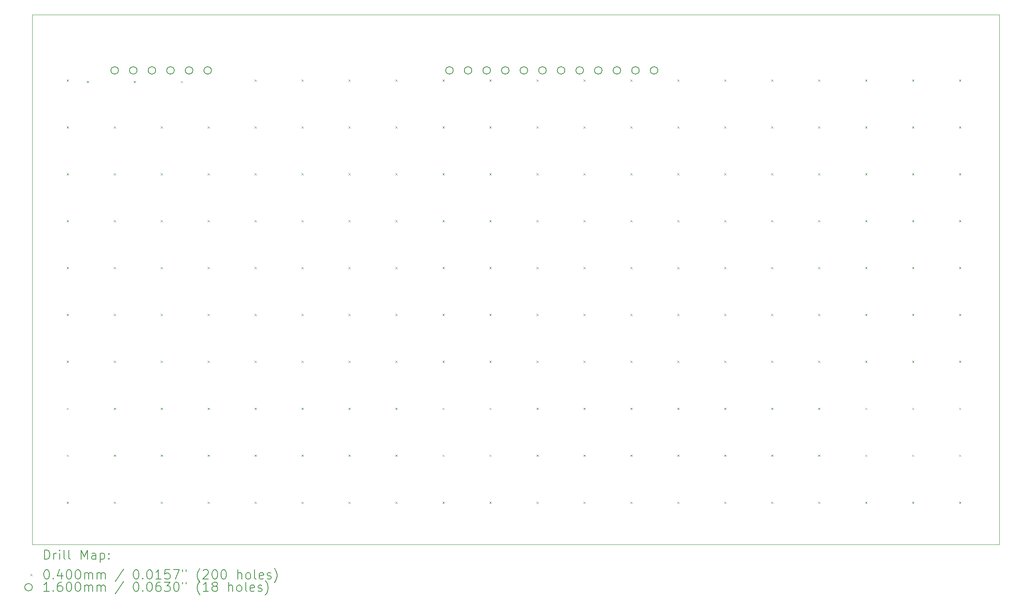
<source format=gbr>
%FSLAX45Y45*%
G04 Gerber Fmt 4.5, Leading zero omitted, Abs format (unit mm)*
G04 Created by KiCad (PCBNEW (6.0.6)) date 2022-08-19 10:50:03*
%MOMM*%
%LPD*%
G01*
G04 APERTURE LIST*
%TA.AperFunction,Profile*%
%ADD10C,0.050000*%
%TD*%
%ADD11C,0.200000*%
%ADD12C,0.040000*%
%ADD13C,0.160000*%
G04 APERTURE END LIST*
D10*
X2250000Y-2600000D02*
X22840000Y-2600000D01*
X22840000Y-2600000D02*
X22840000Y-13900000D01*
X22840000Y-13900000D02*
X2250000Y-13900000D01*
X2250000Y-13900000D02*
X2250000Y-2600000D01*
D11*
D12*
X2980000Y-3980000D02*
X3020000Y-4020000D01*
X3020000Y-3980000D02*
X2980000Y-4020000D01*
X2980000Y-4980000D02*
X3020000Y-5020000D01*
X3020000Y-4980000D02*
X2980000Y-5020000D01*
X2980000Y-5980000D02*
X3020000Y-6020000D01*
X3020000Y-5980000D02*
X2980000Y-6020000D01*
X2980000Y-6980000D02*
X3020000Y-7020000D01*
X3020000Y-6980000D02*
X2980000Y-7020000D01*
X2980000Y-7980000D02*
X3020000Y-8020000D01*
X3020000Y-7980000D02*
X2980000Y-8020000D01*
X2980000Y-8980000D02*
X3020000Y-9020000D01*
X3020000Y-8980000D02*
X2980000Y-9020000D01*
X2980000Y-9980000D02*
X3020000Y-10020000D01*
X3020000Y-9980000D02*
X2980000Y-10020000D01*
X2980000Y-10980000D02*
X3020000Y-11020000D01*
X3020000Y-10980000D02*
X2980000Y-11020000D01*
X2980000Y-11980000D02*
X3020000Y-12020000D01*
X3020000Y-11980000D02*
X2980000Y-12020000D01*
X2980000Y-12980000D02*
X3020000Y-13020000D01*
X3020000Y-12980000D02*
X2980000Y-13020000D01*
X3408500Y-4011250D02*
X3448500Y-4051250D01*
X3448500Y-4011250D02*
X3408500Y-4051250D01*
X3980000Y-4980000D02*
X4020000Y-5020000D01*
X4020000Y-4980000D02*
X3980000Y-5020000D01*
X3980000Y-5980000D02*
X4020000Y-6020000D01*
X4020000Y-5980000D02*
X3980000Y-6020000D01*
X3980000Y-6980000D02*
X4020000Y-7020000D01*
X4020000Y-6980000D02*
X3980000Y-7020000D01*
X3980000Y-7980000D02*
X4020000Y-8020000D01*
X4020000Y-7980000D02*
X3980000Y-8020000D01*
X3980000Y-8980000D02*
X4020000Y-9020000D01*
X4020000Y-8980000D02*
X3980000Y-9020000D01*
X3980000Y-9980000D02*
X4020000Y-10020000D01*
X4020000Y-9980000D02*
X3980000Y-10020000D01*
X3980000Y-10980000D02*
X4020000Y-11020000D01*
X4020000Y-10980000D02*
X3980000Y-11020000D01*
X3980000Y-11980000D02*
X4020000Y-12020000D01*
X4020000Y-11980000D02*
X3980000Y-12020000D01*
X3980000Y-12980000D02*
X4020000Y-13020000D01*
X4020000Y-12980000D02*
X3980000Y-13020000D01*
X4408500Y-4011250D02*
X4448500Y-4051250D01*
X4448500Y-4011250D02*
X4408500Y-4051250D01*
X4980000Y-4980000D02*
X5020000Y-5020000D01*
X5020000Y-4980000D02*
X4980000Y-5020000D01*
X4980000Y-5980000D02*
X5020000Y-6020000D01*
X5020000Y-5980000D02*
X4980000Y-6020000D01*
X4980000Y-6980000D02*
X5020000Y-7020000D01*
X5020000Y-6980000D02*
X4980000Y-7020000D01*
X4980000Y-7980000D02*
X5020000Y-8020000D01*
X5020000Y-7980000D02*
X4980000Y-8020000D01*
X4980000Y-8980000D02*
X5020000Y-9020000D01*
X5020000Y-8980000D02*
X4980000Y-9020000D01*
X4980000Y-9980000D02*
X5020000Y-10020000D01*
X5020000Y-9980000D02*
X4980000Y-10020000D01*
X4980000Y-10980000D02*
X5020000Y-11020000D01*
X5020000Y-10980000D02*
X4980000Y-11020000D01*
X4980000Y-11980000D02*
X5020000Y-12020000D01*
X5020000Y-11980000D02*
X4980000Y-12020000D01*
X4980000Y-12980000D02*
X5020000Y-13020000D01*
X5020000Y-12980000D02*
X4980000Y-13020000D01*
X5408500Y-4011250D02*
X5448500Y-4051250D01*
X5448500Y-4011250D02*
X5408500Y-4051250D01*
X5980000Y-4980000D02*
X6020000Y-5020000D01*
X6020000Y-4980000D02*
X5980000Y-5020000D01*
X5980000Y-5980000D02*
X6020000Y-6020000D01*
X6020000Y-5980000D02*
X5980000Y-6020000D01*
X5980000Y-6980000D02*
X6020000Y-7020000D01*
X6020000Y-6980000D02*
X5980000Y-7020000D01*
X5980000Y-7980000D02*
X6020000Y-8020000D01*
X6020000Y-7980000D02*
X5980000Y-8020000D01*
X5980000Y-8980000D02*
X6020000Y-9020000D01*
X6020000Y-8980000D02*
X5980000Y-9020000D01*
X5980000Y-9980000D02*
X6020000Y-10020000D01*
X6020000Y-9980000D02*
X5980000Y-10020000D01*
X5980000Y-10980000D02*
X6020000Y-11020000D01*
X6020000Y-10980000D02*
X5980000Y-11020000D01*
X5980000Y-11980000D02*
X6020000Y-12020000D01*
X6020000Y-11980000D02*
X5980000Y-12020000D01*
X5980000Y-12980000D02*
X6020000Y-13020000D01*
X6020000Y-12980000D02*
X5980000Y-13020000D01*
X6980000Y-3980000D02*
X7020000Y-4020000D01*
X7020000Y-3980000D02*
X6980000Y-4020000D01*
X6980000Y-4980000D02*
X7020000Y-5020000D01*
X7020000Y-4980000D02*
X6980000Y-5020000D01*
X6980000Y-5980000D02*
X7020000Y-6020000D01*
X7020000Y-5980000D02*
X6980000Y-6020000D01*
X6980000Y-6980000D02*
X7020000Y-7020000D01*
X7020000Y-6980000D02*
X6980000Y-7020000D01*
X6980000Y-7980000D02*
X7020000Y-8020000D01*
X7020000Y-7980000D02*
X6980000Y-8020000D01*
X6980000Y-8980000D02*
X7020000Y-9020000D01*
X7020000Y-8980000D02*
X6980000Y-9020000D01*
X6980000Y-9980000D02*
X7020000Y-10020000D01*
X7020000Y-9980000D02*
X6980000Y-10020000D01*
X6980000Y-10980000D02*
X7020000Y-11020000D01*
X7020000Y-10980000D02*
X6980000Y-11020000D01*
X6980000Y-11980000D02*
X7020000Y-12020000D01*
X7020000Y-11980000D02*
X6980000Y-12020000D01*
X6980000Y-12980000D02*
X7020000Y-13020000D01*
X7020000Y-12980000D02*
X6980000Y-13020000D01*
X7980000Y-3980000D02*
X8020000Y-4020000D01*
X8020000Y-3980000D02*
X7980000Y-4020000D01*
X7980000Y-4980000D02*
X8020000Y-5020000D01*
X8020000Y-4980000D02*
X7980000Y-5020000D01*
X7980000Y-5980000D02*
X8020000Y-6020000D01*
X8020000Y-5980000D02*
X7980000Y-6020000D01*
X7980000Y-6980000D02*
X8020000Y-7020000D01*
X8020000Y-6980000D02*
X7980000Y-7020000D01*
X7980000Y-7980000D02*
X8020000Y-8020000D01*
X8020000Y-7980000D02*
X7980000Y-8020000D01*
X7980000Y-8980000D02*
X8020000Y-9020000D01*
X8020000Y-8980000D02*
X7980000Y-9020000D01*
X7980000Y-9980000D02*
X8020000Y-10020000D01*
X8020000Y-9980000D02*
X7980000Y-10020000D01*
X7980000Y-10980000D02*
X8020000Y-11020000D01*
X8020000Y-10980000D02*
X7980000Y-11020000D01*
X7980000Y-11980000D02*
X8020000Y-12020000D01*
X8020000Y-11980000D02*
X7980000Y-12020000D01*
X7980000Y-12980000D02*
X8020000Y-13020000D01*
X8020000Y-12980000D02*
X7980000Y-13020000D01*
X8980000Y-3980000D02*
X9020000Y-4020000D01*
X9020000Y-3980000D02*
X8980000Y-4020000D01*
X8980000Y-4980000D02*
X9020000Y-5020000D01*
X9020000Y-4980000D02*
X8980000Y-5020000D01*
X8980000Y-5980000D02*
X9020000Y-6020000D01*
X9020000Y-5980000D02*
X8980000Y-6020000D01*
X8980000Y-6980000D02*
X9020000Y-7020000D01*
X9020000Y-6980000D02*
X8980000Y-7020000D01*
X8980000Y-7980000D02*
X9020000Y-8020000D01*
X9020000Y-7980000D02*
X8980000Y-8020000D01*
X8980000Y-8980000D02*
X9020000Y-9020000D01*
X9020000Y-8980000D02*
X8980000Y-9020000D01*
X8980000Y-9980000D02*
X9020000Y-10020000D01*
X9020000Y-9980000D02*
X8980000Y-10020000D01*
X8980000Y-10980000D02*
X9020000Y-11020000D01*
X9020000Y-10980000D02*
X8980000Y-11020000D01*
X8980000Y-11980000D02*
X9020000Y-12020000D01*
X9020000Y-11980000D02*
X8980000Y-12020000D01*
X8980000Y-12980000D02*
X9020000Y-13020000D01*
X9020000Y-12980000D02*
X8980000Y-13020000D01*
X9980000Y-3980000D02*
X10020000Y-4020000D01*
X10020000Y-3980000D02*
X9980000Y-4020000D01*
X9980000Y-4980000D02*
X10020000Y-5020000D01*
X10020000Y-4980000D02*
X9980000Y-5020000D01*
X9980000Y-5980000D02*
X10020000Y-6020000D01*
X10020000Y-5980000D02*
X9980000Y-6020000D01*
X9980000Y-6980000D02*
X10020000Y-7020000D01*
X10020000Y-6980000D02*
X9980000Y-7020000D01*
X9980000Y-7980000D02*
X10020000Y-8020000D01*
X10020000Y-7980000D02*
X9980000Y-8020000D01*
X9980000Y-8980000D02*
X10020000Y-9020000D01*
X10020000Y-8980000D02*
X9980000Y-9020000D01*
X9980000Y-9980000D02*
X10020000Y-10020000D01*
X10020000Y-9980000D02*
X9980000Y-10020000D01*
X9980000Y-10980000D02*
X10020000Y-11020000D01*
X10020000Y-10980000D02*
X9980000Y-11020000D01*
X9980000Y-11980000D02*
X10020000Y-12020000D01*
X10020000Y-11980000D02*
X9980000Y-12020000D01*
X9980000Y-12980000D02*
X10020000Y-13020000D01*
X10020000Y-12980000D02*
X9980000Y-13020000D01*
X10980000Y-3980000D02*
X11020000Y-4020000D01*
X11020000Y-3980000D02*
X10980000Y-4020000D01*
X10980000Y-4980000D02*
X11020000Y-5020000D01*
X11020000Y-4980000D02*
X10980000Y-5020000D01*
X10980000Y-5980000D02*
X11020000Y-6020000D01*
X11020000Y-5980000D02*
X10980000Y-6020000D01*
X10980000Y-6980000D02*
X11020000Y-7020000D01*
X11020000Y-6980000D02*
X10980000Y-7020000D01*
X10980000Y-7980000D02*
X11020000Y-8020000D01*
X11020000Y-7980000D02*
X10980000Y-8020000D01*
X10980000Y-8980000D02*
X11020000Y-9020000D01*
X11020000Y-8980000D02*
X10980000Y-9020000D01*
X10980000Y-9980000D02*
X11020000Y-10020000D01*
X11020000Y-9980000D02*
X10980000Y-10020000D01*
X10980000Y-10980000D02*
X11020000Y-11020000D01*
X11020000Y-10980000D02*
X10980000Y-11020000D01*
X10980000Y-11980000D02*
X11020000Y-12020000D01*
X11020000Y-11980000D02*
X10980000Y-12020000D01*
X10980000Y-12980000D02*
X11020000Y-13020000D01*
X11020000Y-12980000D02*
X10980000Y-13020000D01*
X11980000Y-3980000D02*
X12020000Y-4020000D01*
X12020000Y-3980000D02*
X11980000Y-4020000D01*
X11980000Y-4980000D02*
X12020000Y-5020000D01*
X12020000Y-4980000D02*
X11980000Y-5020000D01*
X11980000Y-5980000D02*
X12020000Y-6020000D01*
X12020000Y-5980000D02*
X11980000Y-6020000D01*
X11980000Y-6980000D02*
X12020000Y-7020000D01*
X12020000Y-6980000D02*
X11980000Y-7020000D01*
X11980000Y-7980000D02*
X12020000Y-8020000D01*
X12020000Y-7980000D02*
X11980000Y-8020000D01*
X11980000Y-8980000D02*
X12020000Y-9020000D01*
X12020000Y-8980000D02*
X11980000Y-9020000D01*
X11980000Y-9980000D02*
X12020000Y-10020000D01*
X12020000Y-9980000D02*
X11980000Y-10020000D01*
X11980000Y-10980000D02*
X12020000Y-11020000D01*
X12020000Y-10980000D02*
X11980000Y-11020000D01*
X11980000Y-11980000D02*
X12020000Y-12020000D01*
X12020000Y-11980000D02*
X11980000Y-12020000D01*
X11980000Y-12980000D02*
X12020000Y-13020000D01*
X12020000Y-12980000D02*
X11980000Y-13020000D01*
X12980000Y-3980000D02*
X13020000Y-4020000D01*
X13020000Y-3980000D02*
X12980000Y-4020000D01*
X12980000Y-4980000D02*
X13020000Y-5020000D01*
X13020000Y-4980000D02*
X12980000Y-5020000D01*
X12980000Y-5980000D02*
X13020000Y-6020000D01*
X13020000Y-5980000D02*
X12980000Y-6020000D01*
X12980000Y-6980000D02*
X13020000Y-7020000D01*
X13020000Y-6980000D02*
X12980000Y-7020000D01*
X12980000Y-7980000D02*
X13020000Y-8020000D01*
X13020000Y-7980000D02*
X12980000Y-8020000D01*
X12980000Y-8980000D02*
X13020000Y-9020000D01*
X13020000Y-8980000D02*
X12980000Y-9020000D01*
X12980000Y-9980000D02*
X13020000Y-10020000D01*
X13020000Y-9980000D02*
X12980000Y-10020000D01*
X12980000Y-10980000D02*
X13020000Y-11020000D01*
X13020000Y-10980000D02*
X12980000Y-11020000D01*
X12980000Y-11980000D02*
X13020000Y-12020000D01*
X13020000Y-11980000D02*
X12980000Y-12020000D01*
X12980000Y-12980000D02*
X13020000Y-13020000D01*
X13020000Y-12980000D02*
X12980000Y-13020000D01*
X13980000Y-3980000D02*
X14020000Y-4020000D01*
X14020000Y-3980000D02*
X13980000Y-4020000D01*
X13980000Y-4980000D02*
X14020000Y-5020000D01*
X14020000Y-4980000D02*
X13980000Y-5020000D01*
X13980000Y-5980000D02*
X14020000Y-6020000D01*
X14020000Y-5980000D02*
X13980000Y-6020000D01*
X13980000Y-6980000D02*
X14020000Y-7020000D01*
X14020000Y-6980000D02*
X13980000Y-7020000D01*
X13980000Y-7980000D02*
X14020000Y-8020000D01*
X14020000Y-7980000D02*
X13980000Y-8020000D01*
X13980000Y-8980000D02*
X14020000Y-9020000D01*
X14020000Y-8980000D02*
X13980000Y-9020000D01*
X13980000Y-9980000D02*
X14020000Y-10020000D01*
X14020000Y-9980000D02*
X13980000Y-10020000D01*
X13980000Y-10980000D02*
X14020000Y-11020000D01*
X14020000Y-10980000D02*
X13980000Y-11020000D01*
X13980000Y-11980000D02*
X14020000Y-12020000D01*
X14020000Y-11980000D02*
X13980000Y-12020000D01*
X13980000Y-12980000D02*
X14020000Y-13020000D01*
X14020000Y-12980000D02*
X13980000Y-13020000D01*
X14980000Y-3980000D02*
X15020000Y-4020000D01*
X15020000Y-3980000D02*
X14980000Y-4020000D01*
X14980000Y-4980000D02*
X15020000Y-5020000D01*
X15020000Y-4980000D02*
X14980000Y-5020000D01*
X14980000Y-5980000D02*
X15020000Y-6020000D01*
X15020000Y-5980000D02*
X14980000Y-6020000D01*
X14980000Y-6980000D02*
X15020000Y-7020000D01*
X15020000Y-6980000D02*
X14980000Y-7020000D01*
X14980000Y-7980000D02*
X15020000Y-8020000D01*
X15020000Y-7980000D02*
X14980000Y-8020000D01*
X14980000Y-8980000D02*
X15020000Y-9020000D01*
X15020000Y-8980000D02*
X14980000Y-9020000D01*
X14980000Y-9980000D02*
X15020000Y-10020000D01*
X15020000Y-9980000D02*
X14980000Y-10020000D01*
X14980000Y-10980000D02*
X15020000Y-11020000D01*
X15020000Y-10980000D02*
X14980000Y-11020000D01*
X14980000Y-11980000D02*
X15020000Y-12020000D01*
X15020000Y-11980000D02*
X14980000Y-12020000D01*
X14980000Y-12980000D02*
X15020000Y-13020000D01*
X15020000Y-12980000D02*
X14980000Y-13020000D01*
X15980000Y-3980000D02*
X16020000Y-4020000D01*
X16020000Y-3980000D02*
X15980000Y-4020000D01*
X15980000Y-4980000D02*
X16020000Y-5020000D01*
X16020000Y-4980000D02*
X15980000Y-5020000D01*
X15980000Y-5980000D02*
X16020000Y-6020000D01*
X16020000Y-5980000D02*
X15980000Y-6020000D01*
X15980000Y-6980000D02*
X16020000Y-7020000D01*
X16020000Y-6980000D02*
X15980000Y-7020000D01*
X15980000Y-7980000D02*
X16020000Y-8020000D01*
X16020000Y-7980000D02*
X15980000Y-8020000D01*
X15980000Y-8980000D02*
X16020000Y-9020000D01*
X16020000Y-8980000D02*
X15980000Y-9020000D01*
X15980000Y-9980000D02*
X16020000Y-10020000D01*
X16020000Y-9980000D02*
X15980000Y-10020000D01*
X15980000Y-10980000D02*
X16020000Y-11020000D01*
X16020000Y-10980000D02*
X15980000Y-11020000D01*
X15980000Y-11980000D02*
X16020000Y-12020000D01*
X16020000Y-11980000D02*
X15980000Y-12020000D01*
X15980000Y-12980000D02*
X16020000Y-13020000D01*
X16020000Y-12980000D02*
X15980000Y-13020000D01*
X16980000Y-3980000D02*
X17020000Y-4020000D01*
X17020000Y-3980000D02*
X16980000Y-4020000D01*
X16980000Y-4980000D02*
X17020000Y-5020000D01*
X17020000Y-4980000D02*
X16980000Y-5020000D01*
X16980000Y-5980000D02*
X17020000Y-6020000D01*
X17020000Y-5980000D02*
X16980000Y-6020000D01*
X16980000Y-6980000D02*
X17020000Y-7020000D01*
X17020000Y-6980000D02*
X16980000Y-7020000D01*
X16980000Y-7980000D02*
X17020000Y-8020000D01*
X17020000Y-7980000D02*
X16980000Y-8020000D01*
X16980000Y-8980000D02*
X17020000Y-9020000D01*
X17020000Y-8980000D02*
X16980000Y-9020000D01*
X16980000Y-9980000D02*
X17020000Y-10020000D01*
X17020000Y-9980000D02*
X16980000Y-10020000D01*
X16980000Y-10980000D02*
X17020000Y-11020000D01*
X17020000Y-10980000D02*
X16980000Y-11020000D01*
X16980000Y-11980000D02*
X17020000Y-12020000D01*
X17020000Y-11980000D02*
X16980000Y-12020000D01*
X16980000Y-12980000D02*
X17020000Y-13020000D01*
X17020000Y-12980000D02*
X16980000Y-13020000D01*
X17980000Y-3980000D02*
X18020000Y-4020000D01*
X18020000Y-3980000D02*
X17980000Y-4020000D01*
X17980000Y-4980000D02*
X18020000Y-5020000D01*
X18020000Y-4980000D02*
X17980000Y-5020000D01*
X17980000Y-5980000D02*
X18020000Y-6020000D01*
X18020000Y-5980000D02*
X17980000Y-6020000D01*
X17980000Y-6980000D02*
X18020000Y-7020000D01*
X18020000Y-6980000D02*
X17980000Y-7020000D01*
X17980000Y-7980000D02*
X18020000Y-8020000D01*
X18020000Y-7980000D02*
X17980000Y-8020000D01*
X17980000Y-8980000D02*
X18020000Y-9020000D01*
X18020000Y-8980000D02*
X17980000Y-9020000D01*
X17980000Y-9980000D02*
X18020000Y-10020000D01*
X18020000Y-9980000D02*
X17980000Y-10020000D01*
X17980000Y-10980000D02*
X18020000Y-11020000D01*
X18020000Y-10980000D02*
X17980000Y-11020000D01*
X17980000Y-11980000D02*
X18020000Y-12020000D01*
X18020000Y-11980000D02*
X17980000Y-12020000D01*
X17980000Y-12980000D02*
X18020000Y-13020000D01*
X18020000Y-12980000D02*
X17980000Y-13020000D01*
X18980000Y-3980000D02*
X19020000Y-4020000D01*
X19020000Y-3980000D02*
X18980000Y-4020000D01*
X18980000Y-4980000D02*
X19020000Y-5020000D01*
X19020000Y-4980000D02*
X18980000Y-5020000D01*
X18980000Y-5980000D02*
X19020000Y-6020000D01*
X19020000Y-5980000D02*
X18980000Y-6020000D01*
X18980000Y-6980000D02*
X19020000Y-7020000D01*
X19020000Y-6980000D02*
X18980000Y-7020000D01*
X18980000Y-7980000D02*
X19020000Y-8020000D01*
X19020000Y-7980000D02*
X18980000Y-8020000D01*
X18980000Y-8980000D02*
X19020000Y-9020000D01*
X19020000Y-8980000D02*
X18980000Y-9020000D01*
X18980000Y-9980000D02*
X19020000Y-10020000D01*
X19020000Y-9980000D02*
X18980000Y-10020000D01*
X18980000Y-10980000D02*
X19020000Y-11020000D01*
X19020000Y-10980000D02*
X18980000Y-11020000D01*
X18980000Y-11980000D02*
X19020000Y-12020000D01*
X19020000Y-11980000D02*
X18980000Y-12020000D01*
X18980000Y-12980000D02*
X19020000Y-13020000D01*
X19020000Y-12980000D02*
X18980000Y-13020000D01*
X19980000Y-3980000D02*
X20020000Y-4020000D01*
X20020000Y-3980000D02*
X19980000Y-4020000D01*
X19980000Y-4980000D02*
X20020000Y-5020000D01*
X20020000Y-4980000D02*
X19980000Y-5020000D01*
X19980000Y-5980000D02*
X20020000Y-6020000D01*
X20020000Y-5980000D02*
X19980000Y-6020000D01*
X19980000Y-6980000D02*
X20020000Y-7020000D01*
X20020000Y-6980000D02*
X19980000Y-7020000D01*
X19980000Y-7980000D02*
X20020000Y-8020000D01*
X20020000Y-7980000D02*
X19980000Y-8020000D01*
X19980000Y-8980000D02*
X20020000Y-9020000D01*
X20020000Y-8980000D02*
X19980000Y-9020000D01*
X19980000Y-9980000D02*
X20020000Y-10020000D01*
X20020000Y-9980000D02*
X19980000Y-10020000D01*
X19980000Y-10980000D02*
X20020000Y-11020000D01*
X20020000Y-10980000D02*
X19980000Y-11020000D01*
X19980000Y-11980000D02*
X20020000Y-12020000D01*
X20020000Y-11980000D02*
X19980000Y-12020000D01*
X19980000Y-12980000D02*
X20020000Y-13020000D01*
X20020000Y-12980000D02*
X19980000Y-13020000D01*
X20980000Y-3980000D02*
X21020000Y-4020000D01*
X21020000Y-3980000D02*
X20980000Y-4020000D01*
X20980000Y-4980000D02*
X21020000Y-5020000D01*
X21020000Y-4980000D02*
X20980000Y-5020000D01*
X20980000Y-5980000D02*
X21020000Y-6020000D01*
X21020000Y-5980000D02*
X20980000Y-6020000D01*
X20980000Y-6980000D02*
X21020000Y-7020000D01*
X21020000Y-6980000D02*
X20980000Y-7020000D01*
X20980000Y-7980000D02*
X21020000Y-8020000D01*
X21020000Y-7980000D02*
X20980000Y-8020000D01*
X20980000Y-8980000D02*
X21020000Y-9020000D01*
X21020000Y-8980000D02*
X20980000Y-9020000D01*
X20980000Y-9980000D02*
X21020000Y-10020000D01*
X21020000Y-9980000D02*
X20980000Y-10020000D01*
X20980000Y-10980000D02*
X21020000Y-11020000D01*
X21020000Y-10980000D02*
X20980000Y-11020000D01*
X20980000Y-11980000D02*
X21020000Y-12020000D01*
X21020000Y-11980000D02*
X20980000Y-12020000D01*
X20980000Y-12980000D02*
X21020000Y-13020000D01*
X21020000Y-12980000D02*
X20980000Y-13020000D01*
X21980000Y-3980000D02*
X22020000Y-4020000D01*
X22020000Y-3980000D02*
X21980000Y-4020000D01*
X21980000Y-4980000D02*
X22020000Y-5020000D01*
X22020000Y-4980000D02*
X21980000Y-5020000D01*
X21980000Y-5980000D02*
X22020000Y-6020000D01*
X22020000Y-5980000D02*
X21980000Y-6020000D01*
X21980000Y-6980000D02*
X22020000Y-7020000D01*
X22020000Y-6980000D02*
X21980000Y-7020000D01*
X21980000Y-7980000D02*
X22020000Y-8020000D01*
X22020000Y-7980000D02*
X21980000Y-8020000D01*
X21980000Y-8980000D02*
X22020000Y-9020000D01*
X22020000Y-8980000D02*
X21980000Y-9020000D01*
X21980000Y-9980000D02*
X22020000Y-10020000D01*
X22020000Y-9980000D02*
X21980000Y-10020000D01*
X21980000Y-10980000D02*
X22020000Y-11020000D01*
X22020000Y-10980000D02*
X21980000Y-11020000D01*
X21980000Y-11980000D02*
X22020000Y-12020000D01*
X22020000Y-11980000D02*
X21980000Y-12020000D01*
X21980000Y-12980000D02*
X22020000Y-13020000D01*
X22020000Y-12980000D02*
X21980000Y-13020000D01*
D13*
X4082000Y-3789000D02*
G75*
G03*
X4082000Y-3789000I-80000J0D01*
G01*
X4478000Y-3789000D02*
G75*
G03*
X4478000Y-3789000I-80000J0D01*
G01*
X4874000Y-3789000D02*
G75*
G03*
X4874000Y-3789000I-80000J0D01*
G01*
X5270000Y-3789000D02*
G75*
G03*
X5270000Y-3789000I-80000J0D01*
G01*
X5666000Y-3789000D02*
G75*
G03*
X5666000Y-3789000I-80000J0D01*
G01*
X6062000Y-3789000D02*
G75*
G03*
X6062000Y-3789000I-80000J0D01*
G01*
X11210000Y-3789000D02*
G75*
G03*
X11210000Y-3789000I-80000J0D01*
G01*
X11606000Y-3789000D02*
G75*
G03*
X11606000Y-3789000I-80000J0D01*
G01*
X12002000Y-3789000D02*
G75*
G03*
X12002000Y-3789000I-80000J0D01*
G01*
X12398000Y-3789000D02*
G75*
G03*
X12398000Y-3789000I-80000J0D01*
G01*
X12794000Y-3789000D02*
G75*
G03*
X12794000Y-3789000I-80000J0D01*
G01*
X13190000Y-3789000D02*
G75*
G03*
X13190000Y-3789000I-80000J0D01*
G01*
X13586000Y-3789000D02*
G75*
G03*
X13586000Y-3789000I-80000J0D01*
G01*
X13982000Y-3789000D02*
G75*
G03*
X13982000Y-3789000I-80000J0D01*
G01*
X14378000Y-3789000D02*
G75*
G03*
X14378000Y-3789000I-80000J0D01*
G01*
X14774000Y-3789000D02*
G75*
G03*
X14774000Y-3789000I-80000J0D01*
G01*
X15170000Y-3789000D02*
G75*
G03*
X15170000Y-3789000I-80000J0D01*
G01*
X15566000Y-3789000D02*
G75*
G03*
X15566000Y-3789000I-80000J0D01*
G01*
D11*
X2505119Y-14212976D02*
X2505119Y-14012976D01*
X2552738Y-14012976D01*
X2581310Y-14022500D01*
X2600357Y-14041548D01*
X2609881Y-14060595D01*
X2619405Y-14098690D01*
X2619405Y-14127262D01*
X2609881Y-14165357D01*
X2600357Y-14184405D01*
X2581310Y-14203452D01*
X2552738Y-14212976D01*
X2505119Y-14212976D01*
X2705119Y-14212976D02*
X2705119Y-14079643D01*
X2705119Y-14117738D02*
X2714643Y-14098690D01*
X2724167Y-14089167D01*
X2743214Y-14079643D01*
X2762262Y-14079643D01*
X2828928Y-14212976D02*
X2828928Y-14079643D01*
X2828928Y-14012976D02*
X2819405Y-14022500D01*
X2828928Y-14032024D01*
X2838452Y-14022500D01*
X2828928Y-14012976D01*
X2828928Y-14032024D01*
X2952738Y-14212976D02*
X2933690Y-14203452D01*
X2924167Y-14184405D01*
X2924167Y-14012976D01*
X3057500Y-14212976D02*
X3038452Y-14203452D01*
X3028928Y-14184405D01*
X3028928Y-14012976D01*
X3286071Y-14212976D02*
X3286071Y-14012976D01*
X3352738Y-14155833D01*
X3419405Y-14012976D01*
X3419405Y-14212976D01*
X3600357Y-14212976D02*
X3600357Y-14108214D01*
X3590833Y-14089167D01*
X3571786Y-14079643D01*
X3533690Y-14079643D01*
X3514643Y-14089167D01*
X3600357Y-14203452D02*
X3581309Y-14212976D01*
X3533690Y-14212976D01*
X3514643Y-14203452D01*
X3505119Y-14184405D01*
X3505119Y-14165357D01*
X3514643Y-14146309D01*
X3533690Y-14136786D01*
X3581309Y-14136786D01*
X3600357Y-14127262D01*
X3695595Y-14079643D02*
X3695595Y-14279643D01*
X3695595Y-14089167D02*
X3714643Y-14079643D01*
X3752738Y-14079643D01*
X3771786Y-14089167D01*
X3781309Y-14098690D01*
X3790833Y-14117738D01*
X3790833Y-14174881D01*
X3781309Y-14193928D01*
X3771786Y-14203452D01*
X3752738Y-14212976D01*
X3714643Y-14212976D01*
X3695595Y-14203452D01*
X3876548Y-14193928D02*
X3886071Y-14203452D01*
X3876548Y-14212976D01*
X3867024Y-14203452D01*
X3876548Y-14193928D01*
X3876548Y-14212976D01*
X3876548Y-14089167D02*
X3886071Y-14098690D01*
X3876548Y-14108214D01*
X3867024Y-14098690D01*
X3876548Y-14089167D01*
X3876548Y-14108214D01*
D12*
X2207500Y-14522500D02*
X2247500Y-14562500D01*
X2247500Y-14522500D02*
X2207500Y-14562500D01*
D11*
X2543214Y-14432976D02*
X2562262Y-14432976D01*
X2581310Y-14442500D01*
X2590833Y-14452024D01*
X2600357Y-14471071D01*
X2609881Y-14509167D01*
X2609881Y-14556786D01*
X2600357Y-14594881D01*
X2590833Y-14613928D01*
X2581310Y-14623452D01*
X2562262Y-14632976D01*
X2543214Y-14632976D01*
X2524167Y-14623452D01*
X2514643Y-14613928D01*
X2505119Y-14594881D01*
X2495595Y-14556786D01*
X2495595Y-14509167D01*
X2505119Y-14471071D01*
X2514643Y-14452024D01*
X2524167Y-14442500D01*
X2543214Y-14432976D01*
X2695595Y-14613928D02*
X2705119Y-14623452D01*
X2695595Y-14632976D01*
X2686071Y-14623452D01*
X2695595Y-14613928D01*
X2695595Y-14632976D01*
X2876548Y-14499643D02*
X2876548Y-14632976D01*
X2828928Y-14423452D02*
X2781310Y-14566309D01*
X2905119Y-14566309D01*
X3019405Y-14432976D02*
X3038452Y-14432976D01*
X3057500Y-14442500D01*
X3067024Y-14452024D01*
X3076548Y-14471071D01*
X3086071Y-14509167D01*
X3086071Y-14556786D01*
X3076548Y-14594881D01*
X3067024Y-14613928D01*
X3057500Y-14623452D01*
X3038452Y-14632976D01*
X3019405Y-14632976D01*
X3000357Y-14623452D01*
X2990833Y-14613928D01*
X2981309Y-14594881D01*
X2971786Y-14556786D01*
X2971786Y-14509167D01*
X2981309Y-14471071D01*
X2990833Y-14452024D01*
X3000357Y-14442500D01*
X3019405Y-14432976D01*
X3209881Y-14432976D02*
X3228928Y-14432976D01*
X3247976Y-14442500D01*
X3257500Y-14452024D01*
X3267024Y-14471071D01*
X3276548Y-14509167D01*
X3276548Y-14556786D01*
X3267024Y-14594881D01*
X3257500Y-14613928D01*
X3247976Y-14623452D01*
X3228928Y-14632976D01*
X3209881Y-14632976D01*
X3190833Y-14623452D01*
X3181309Y-14613928D01*
X3171786Y-14594881D01*
X3162262Y-14556786D01*
X3162262Y-14509167D01*
X3171786Y-14471071D01*
X3181309Y-14452024D01*
X3190833Y-14442500D01*
X3209881Y-14432976D01*
X3362262Y-14632976D02*
X3362262Y-14499643D01*
X3362262Y-14518690D02*
X3371786Y-14509167D01*
X3390833Y-14499643D01*
X3419405Y-14499643D01*
X3438452Y-14509167D01*
X3447976Y-14528214D01*
X3447976Y-14632976D01*
X3447976Y-14528214D02*
X3457500Y-14509167D01*
X3476548Y-14499643D01*
X3505119Y-14499643D01*
X3524167Y-14509167D01*
X3533690Y-14528214D01*
X3533690Y-14632976D01*
X3628928Y-14632976D02*
X3628928Y-14499643D01*
X3628928Y-14518690D02*
X3638452Y-14509167D01*
X3657500Y-14499643D01*
X3686071Y-14499643D01*
X3705119Y-14509167D01*
X3714643Y-14528214D01*
X3714643Y-14632976D01*
X3714643Y-14528214D02*
X3724167Y-14509167D01*
X3743214Y-14499643D01*
X3771786Y-14499643D01*
X3790833Y-14509167D01*
X3800357Y-14528214D01*
X3800357Y-14632976D01*
X4190833Y-14423452D02*
X4019405Y-14680595D01*
X4447976Y-14432976D02*
X4467024Y-14432976D01*
X4486071Y-14442500D01*
X4495595Y-14452024D01*
X4505119Y-14471071D01*
X4514643Y-14509167D01*
X4514643Y-14556786D01*
X4505119Y-14594881D01*
X4495595Y-14613928D01*
X4486071Y-14623452D01*
X4467024Y-14632976D01*
X4447976Y-14632976D01*
X4428929Y-14623452D01*
X4419405Y-14613928D01*
X4409881Y-14594881D01*
X4400357Y-14556786D01*
X4400357Y-14509167D01*
X4409881Y-14471071D01*
X4419405Y-14452024D01*
X4428929Y-14442500D01*
X4447976Y-14432976D01*
X4600357Y-14613928D02*
X4609881Y-14623452D01*
X4600357Y-14632976D01*
X4590833Y-14623452D01*
X4600357Y-14613928D01*
X4600357Y-14632976D01*
X4733690Y-14432976D02*
X4752738Y-14432976D01*
X4771786Y-14442500D01*
X4781310Y-14452024D01*
X4790833Y-14471071D01*
X4800357Y-14509167D01*
X4800357Y-14556786D01*
X4790833Y-14594881D01*
X4781310Y-14613928D01*
X4771786Y-14623452D01*
X4752738Y-14632976D01*
X4733690Y-14632976D01*
X4714643Y-14623452D01*
X4705119Y-14613928D01*
X4695595Y-14594881D01*
X4686071Y-14556786D01*
X4686071Y-14509167D01*
X4695595Y-14471071D01*
X4705119Y-14452024D01*
X4714643Y-14442500D01*
X4733690Y-14432976D01*
X4990833Y-14632976D02*
X4876548Y-14632976D01*
X4933690Y-14632976D02*
X4933690Y-14432976D01*
X4914643Y-14461548D01*
X4895595Y-14480595D01*
X4876548Y-14490119D01*
X5171786Y-14432976D02*
X5076548Y-14432976D01*
X5067024Y-14528214D01*
X5076548Y-14518690D01*
X5095595Y-14509167D01*
X5143214Y-14509167D01*
X5162262Y-14518690D01*
X5171786Y-14528214D01*
X5181310Y-14547262D01*
X5181310Y-14594881D01*
X5171786Y-14613928D01*
X5162262Y-14623452D01*
X5143214Y-14632976D01*
X5095595Y-14632976D01*
X5076548Y-14623452D01*
X5067024Y-14613928D01*
X5247976Y-14432976D02*
X5381310Y-14432976D01*
X5295595Y-14632976D01*
X5447976Y-14432976D02*
X5447976Y-14471071D01*
X5524167Y-14432976D02*
X5524167Y-14471071D01*
X5819405Y-14709167D02*
X5809881Y-14699643D01*
X5790833Y-14671071D01*
X5781309Y-14652024D01*
X5771786Y-14623452D01*
X5762262Y-14575833D01*
X5762262Y-14537738D01*
X5771786Y-14490119D01*
X5781309Y-14461548D01*
X5790833Y-14442500D01*
X5809881Y-14413928D01*
X5819405Y-14404405D01*
X5886071Y-14452024D02*
X5895595Y-14442500D01*
X5914643Y-14432976D01*
X5962262Y-14432976D01*
X5981309Y-14442500D01*
X5990833Y-14452024D01*
X6000357Y-14471071D01*
X6000357Y-14490119D01*
X5990833Y-14518690D01*
X5876548Y-14632976D01*
X6000357Y-14632976D01*
X6124167Y-14432976D02*
X6143214Y-14432976D01*
X6162262Y-14442500D01*
X6171786Y-14452024D01*
X6181309Y-14471071D01*
X6190833Y-14509167D01*
X6190833Y-14556786D01*
X6181309Y-14594881D01*
X6171786Y-14613928D01*
X6162262Y-14623452D01*
X6143214Y-14632976D01*
X6124167Y-14632976D01*
X6105119Y-14623452D01*
X6095595Y-14613928D01*
X6086071Y-14594881D01*
X6076548Y-14556786D01*
X6076548Y-14509167D01*
X6086071Y-14471071D01*
X6095595Y-14452024D01*
X6105119Y-14442500D01*
X6124167Y-14432976D01*
X6314643Y-14432976D02*
X6333690Y-14432976D01*
X6352738Y-14442500D01*
X6362262Y-14452024D01*
X6371786Y-14471071D01*
X6381309Y-14509167D01*
X6381309Y-14556786D01*
X6371786Y-14594881D01*
X6362262Y-14613928D01*
X6352738Y-14623452D01*
X6333690Y-14632976D01*
X6314643Y-14632976D01*
X6295595Y-14623452D01*
X6286071Y-14613928D01*
X6276548Y-14594881D01*
X6267024Y-14556786D01*
X6267024Y-14509167D01*
X6276548Y-14471071D01*
X6286071Y-14452024D01*
X6295595Y-14442500D01*
X6314643Y-14432976D01*
X6619405Y-14632976D02*
X6619405Y-14432976D01*
X6705119Y-14632976D02*
X6705119Y-14528214D01*
X6695595Y-14509167D01*
X6676548Y-14499643D01*
X6647976Y-14499643D01*
X6628928Y-14509167D01*
X6619405Y-14518690D01*
X6828928Y-14632976D02*
X6809881Y-14623452D01*
X6800357Y-14613928D01*
X6790833Y-14594881D01*
X6790833Y-14537738D01*
X6800357Y-14518690D01*
X6809881Y-14509167D01*
X6828928Y-14499643D01*
X6857500Y-14499643D01*
X6876548Y-14509167D01*
X6886071Y-14518690D01*
X6895595Y-14537738D01*
X6895595Y-14594881D01*
X6886071Y-14613928D01*
X6876548Y-14623452D01*
X6857500Y-14632976D01*
X6828928Y-14632976D01*
X7009881Y-14632976D02*
X6990833Y-14623452D01*
X6981309Y-14604405D01*
X6981309Y-14432976D01*
X7162262Y-14623452D02*
X7143214Y-14632976D01*
X7105119Y-14632976D01*
X7086071Y-14623452D01*
X7076548Y-14604405D01*
X7076548Y-14528214D01*
X7086071Y-14509167D01*
X7105119Y-14499643D01*
X7143214Y-14499643D01*
X7162262Y-14509167D01*
X7171786Y-14528214D01*
X7171786Y-14547262D01*
X7076548Y-14566309D01*
X7247976Y-14623452D02*
X7267024Y-14632976D01*
X7305119Y-14632976D01*
X7324167Y-14623452D01*
X7333690Y-14604405D01*
X7333690Y-14594881D01*
X7324167Y-14575833D01*
X7305119Y-14566309D01*
X7276548Y-14566309D01*
X7257500Y-14556786D01*
X7247976Y-14537738D01*
X7247976Y-14528214D01*
X7257500Y-14509167D01*
X7276548Y-14499643D01*
X7305119Y-14499643D01*
X7324167Y-14509167D01*
X7400357Y-14709167D02*
X7409881Y-14699643D01*
X7428928Y-14671071D01*
X7438452Y-14652024D01*
X7447976Y-14623452D01*
X7457500Y-14575833D01*
X7457500Y-14537738D01*
X7447976Y-14490119D01*
X7438452Y-14461548D01*
X7428928Y-14442500D01*
X7409881Y-14413928D01*
X7400357Y-14404405D01*
D13*
X2247500Y-14806500D02*
G75*
G03*
X2247500Y-14806500I-80000J0D01*
G01*
D11*
X2609881Y-14896976D02*
X2495595Y-14896976D01*
X2552738Y-14896976D02*
X2552738Y-14696976D01*
X2533690Y-14725548D01*
X2514643Y-14744595D01*
X2495595Y-14754119D01*
X2695595Y-14877928D02*
X2705119Y-14887452D01*
X2695595Y-14896976D01*
X2686071Y-14887452D01*
X2695595Y-14877928D01*
X2695595Y-14896976D01*
X2876548Y-14696976D02*
X2838452Y-14696976D01*
X2819405Y-14706500D01*
X2809881Y-14716024D01*
X2790833Y-14744595D01*
X2781310Y-14782690D01*
X2781310Y-14858881D01*
X2790833Y-14877928D01*
X2800357Y-14887452D01*
X2819405Y-14896976D01*
X2857500Y-14896976D01*
X2876548Y-14887452D01*
X2886071Y-14877928D01*
X2895595Y-14858881D01*
X2895595Y-14811262D01*
X2886071Y-14792214D01*
X2876548Y-14782690D01*
X2857500Y-14773167D01*
X2819405Y-14773167D01*
X2800357Y-14782690D01*
X2790833Y-14792214D01*
X2781310Y-14811262D01*
X3019405Y-14696976D02*
X3038452Y-14696976D01*
X3057500Y-14706500D01*
X3067024Y-14716024D01*
X3076548Y-14735071D01*
X3086071Y-14773167D01*
X3086071Y-14820786D01*
X3076548Y-14858881D01*
X3067024Y-14877928D01*
X3057500Y-14887452D01*
X3038452Y-14896976D01*
X3019405Y-14896976D01*
X3000357Y-14887452D01*
X2990833Y-14877928D01*
X2981309Y-14858881D01*
X2971786Y-14820786D01*
X2971786Y-14773167D01*
X2981309Y-14735071D01*
X2990833Y-14716024D01*
X3000357Y-14706500D01*
X3019405Y-14696976D01*
X3209881Y-14696976D02*
X3228928Y-14696976D01*
X3247976Y-14706500D01*
X3257500Y-14716024D01*
X3267024Y-14735071D01*
X3276548Y-14773167D01*
X3276548Y-14820786D01*
X3267024Y-14858881D01*
X3257500Y-14877928D01*
X3247976Y-14887452D01*
X3228928Y-14896976D01*
X3209881Y-14896976D01*
X3190833Y-14887452D01*
X3181309Y-14877928D01*
X3171786Y-14858881D01*
X3162262Y-14820786D01*
X3162262Y-14773167D01*
X3171786Y-14735071D01*
X3181309Y-14716024D01*
X3190833Y-14706500D01*
X3209881Y-14696976D01*
X3362262Y-14896976D02*
X3362262Y-14763643D01*
X3362262Y-14782690D02*
X3371786Y-14773167D01*
X3390833Y-14763643D01*
X3419405Y-14763643D01*
X3438452Y-14773167D01*
X3447976Y-14792214D01*
X3447976Y-14896976D01*
X3447976Y-14792214D02*
X3457500Y-14773167D01*
X3476548Y-14763643D01*
X3505119Y-14763643D01*
X3524167Y-14773167D01*
X3533690Y-14792214D01*
X3533690Y-14896976D01*
X3628928Y-14896976D02*
X3628928Y-14763643D01*
X3628928Y-14782690D02*
X3638452Y-14773167D01*
X3657500Y-14763643D01*
X3686071Y-14763643D01*
X3705119Y-14773167D01*
X3714643Y-14792214D01*
X3714643Y-14896976D01*
X3714643Y-14792214D02*
X3724167Y-14773167D01*
X3743214Y-14763643D01*
X3771786Y-14763643D01*
X3790833Y-14773167D01*
X3800357Y-14792214D01*
X3800357Y-14896976D01*
X4190833Y-14687452D02*
X4019405Y-14944595D01*
X4447976Y-14696976D02*
X4467024Y-14696976D01*
X4486071Y-14706500D01*
X4495595Y-14716024D01*
X4505119Y-14735071D01*
X4514643Y-14773167D01*
X4514643Y-14820786D01*
X4505119Y-14858881D01*
X4495595Y-14877928D01*
X4486071Y-14887452D01*
X4467024Y-14896976D01*
X4447976Y-14896976D01*
X4428929Y-14887452D01*
X4419405Y-14877928D01*
X4409881Y-14858881D01*
X4400357Y-14820786D01*
X4400357Y-14773167D01*
X4409881Y-14735071D01*
X4419405Y-14716024D01*
X4428929Y-14706500D01*
X4447976Y-14696976D01*
X4600357Y-14877928D02*
X4609881Y-14887452D01*
X4600357Y-14896976D01*
X4590833Y-14887452D01*
X4600357Y-14877928D01*
X4600357Y-14896976D01*
X4733690Y-14696976D02*
X4752738Y-14696976D01*
X4771786Y-14706500D01*
X4781310Y-14716024D01*
X4790833Y-14735071D01*
X4800357Y-14773167D01*
X4800357Y-14820786D01*
X4790833Y-14858881D01*
X4781310Y-14877928D01*
X4771786Y-14887452D01*
X4752738Y-14896976D01*
X4733690Y-14896976D01*
X4714643Y-14887452D01*
X4705119Y-14877928D01*
X4695595Y-14858881D01*
X4686071Y-14820786D01*
X4686071Y-14773167D01*
X4695595Y-14735071D01*
X4705119Y-14716024D01*
X4714643Y-14706500D01*
X4733690Y-14696976D01*
X4971786Y-14696976D02*
X4933690Y-14696976D01*
X4914643Y-14706500D01*
X4905119Y-14716024D01*
X4886071Y-14744595D01*
X4876548Y-14782690D01*
X4876548Y-14858881D01*
X4886071Y-14877928D01*
X4895595Y-14887452D01*
X4914643Y-14896976D01*
X4952738Y-14896976D01*
X4971786Y-14887452D01*
X4981310Y-14877928D01*
X4990833Y-14858881D01*
X4990833Y-14811262D01*
X4981310Y-14792214D01*
X4971786Y-14782690D01*
X4952738Y-14773167D01*
X4914643Y-14773167D01*
X4895595Y-14782690D01*
X4886071Y-14792214D01*
X4876548Y-14811262D01*
X5057500Y-14696976D02*
X5181310Y-14696976D01*
X5114643Y-14773167D01*
X5143214Y-14773167D01*
X5162262Y-14782690D01*
X5171786Y-14792214D01*
X5181310Y-14811262D01*
X5181310Y-14858881D01*
X5171786Y-14877928D01*
X5162262Y-14887452D01*
X5143214Y-14896976D01*
X5086071Y-14896976D01*
X5067024Y-14887452D01*
X5057500Y-14877928D01*
X5305119Y-14696976D02*
X5324167Y-14696976D01*
X5343214Y-14706500D01*
X5352738Y-14716024D01*
X5362262Y-14735071D01*
X5371786Y-14773167D01*
X5371786Y-14820786D01*
X5362262Y-14858881D01*
X5352738Y-14877928D01*
X5343214Y-14887452D01*
X5324167Y-14896976D01*
X5305119Y-14896976D01*
X5286071Y-14887452D01*
X5276548Y-14877928D01*
X5267024Y-14858881D01*
X5257500Y-14820786D01*
X5257500Y-14773167D01*
X5267024Y-14735071D01*
X5276548Y-14716024D01*
X5286071Y-14706500D01*
X5305119Y-14696976D01*
X5447976Y-14696976D02*
X5447976Y-14735071D01*
X5524167Y-14696976D02*
X5524167Y-14735071D01*
X5819405Y-14973167D02*
X5809881Y-14963643D01*
X5790833Y-14935071D01*
X5781309Y-14916024D01*
X5771786Y-14887452D01*
X5762262Y-14839833D01*
X5762262Y-14801738D01*
X5771786Y-14754119D01*
X5781309Y-14725548D01*
X5790833Y-14706500D01*
X5809881Y-14677928D01*
X5819405Y-14668405D01*
X6000357Y-14896976D02*
X5886071Y-14896976D01*
X5943214Y-14896976D02*
X5943214Y-14696976D01*
X5924167Y-14725548D01*
X5905119Y-14744595D01*
X5886071Y-14754119D01*
X6114643Y-14782690D02*
X6095595Y-14773167D01*
X6086071Y-14763643D01*
X6076548Y-14744595D01*
X6076548Y-14735071D01*
X6086071Y-14716024D01*
X6095595Y-14706500D01*
X6114643Y-14696976D01*
X6152738Y-14696976D01*
X6171786Y-14706500D01*
X6181309Y-14716024D01*
X6190833Y-14735071D01*
X6190833Y-14744595D01*
X6181309Y-14763643D01*
X6171786Y-14773167D01*
X6152738Y-14782690D01*
X6114643Y-14782690D01*
X6095595Y-14792214D01*
X6086071Y-14801738D01*
X6076548Y-14820786D01*
X6076548Y-14858881D01*
X6086071Y-14877928D01*
X6095595Y-14887452D01*
X6114643Y-14896976D01*
X6152738Y-14896976D01*
X6171786Y-14887452D01*
X6181309Y-14877928D01*
X6190833Y-14858881D01*
X6190833Y-14820786D01*
X6181309Y-14801738D01*
X6171786Y-14792214D01*
X6152738Y-14782690D01*
X6428928Y-14896976D02*
X6428928Y-14696976D01*
X6514643Y-14896976D02*
X6514643Y-14792214D01*
X6505119Y-14773167D01*
X6486071Y-14763643D01*
X6457500Y-14763643D01*
X6438452Y-14773167D01*
X6428928Y-14782690D01*
X6638452Y-14896976D02*
X6619405Y-14887452D01*
X6609881Y-14877928D01*
X6600357Y-14858881D01*
X6600357Y-14801738D01*
X6609881Y-14782690D01*
X6619405Y-14773167D01*
X6638452Y-14763643D01*
X6667024Y-14763643D01*
X6686071Y-14773167D01*
X6695595Y-14782690D01*
X6705119Y-14801738D01*
X6705119Y-14858881D01*
X6695595Y-14877928D01*
X6686071Y-14887452D01*
X6667024Y-14896976D01*
X6638452Y-14896976D01*
X6819405Y-14896976D02*
X6800357Y-14887452D01*
X6790833Y-14868405D01*
X6790833Y-14696976D01*
X6971786Y-14887452D02*
X6952738Y-14896976D01*
X6914643Y-14896976D01*
X6895595Y-14887452D01*
X6886071Y-14868405D01*
X6886071Y-14792214D01*
X6895595Y-14773167D01*
X6914643Y-14763643D01*
X6952738Y-14763643D01*
X6971786Y-14773167D01*
X6981309Y-14792214D01*
X6981309Y-14811262D01*
X6886071Y-14830309D01*
X7057500Y-14887452D02*
X7076548Y-14896976D01*
X7114643Y-14896976D01*
X7133690Y-14887452D01*
X7143214Y-14868405D01*
X7143214Y-14858881D01*
X7133690Y-14839833D01*
X7114643Y-14830309D01*
X7086071Y-14830309D01*
X7067024Y-14820786D01*
X7057500Y-14801738D01*
X7057500Y-14792214D01*
X7067024Y-14773167D01*
X7086071Y-14763643D01*
X7114643Y-14763643D01*
X7133690Y-14773167D01*
X7209881Y-14973167D02*
X7219405Y-14963643D01*
X7238452Y-14935071D01*
X7247976Y-14916024D01*
X7257500Y-14887452D01*
X7267024Y-14839833D01*
X7267024Y-14801738D01*
X7257500Y-14754119D01*
X7247976Y-14725548D01*
X7238452Y-14706500D01*
X7219405Y-14677928D01*
X7209881Y-14668405D01*
M02*

</source>
